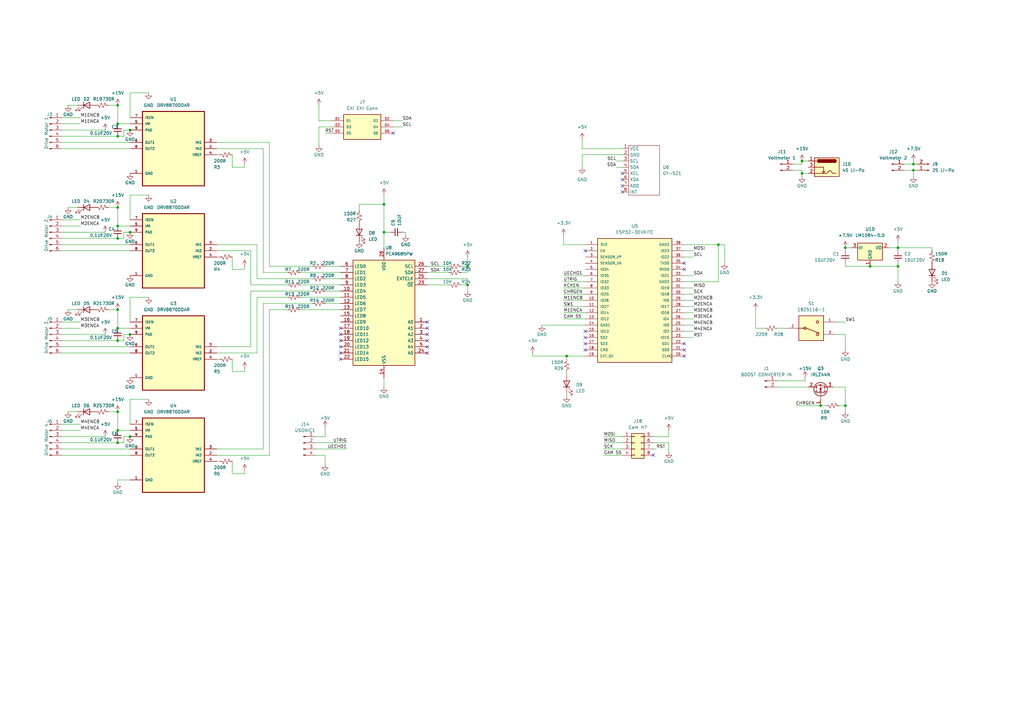
<source format=kicad_sch>
(kicad_sch (version 20211123) (generator eeschema)
  (paper "A3")
  (junction (at 336.55 166.37))
  (junction (at 328.93 71.12))
  (junction (at 53.34 95.25))
  (junction (at 48.26 97.79))
  (junction (at 48.26 92.71))
  (junction (at 48.26 139.7))
  (junction (at 191.77 116.84))
  (junction (at 191.77 109.22))
  (junction (at 157.48 95.25))
  (junction (at 53.34 53.34))
  (junction (at 48.26 43.18))
  (junction (at 346.71 101.6))
  (junction (at 53.34 179.07))
  (junction (at 374.65 67.31))
  (junction (at 232.41 146.05))
  (junction (at 48.26 176.53))
  (junction (at 368.3 101.6))
  (junction (at 48.26 85.09))
  (junction (at 48.26 181.61))
  (junction (at 328.93 66.04))
  (junction (at 48.26 168.91))
  (junction (at 346.71 166.37))
  (junction (at 48.26 127))
  (junction (at 374.65 69.85))
  (junction (at 53.34 137.16))
  (junction (at 157.48 83.82))
  (junction (at 368.3 109.22))
  (junction (at 48.26 50.8))
  (junction (at 48.26 55.88))
  (junction (at 294.64 100.33))
  (junction (at 48.26 134.62))
  (junction (at 356.87 109.22))
  (no_connect (at 175.26 134.62))
  (no_connect (at 267.97 186.69))
  (no_connect (at 139.7 134.62))
  (no_connect (at 175.26 144.78))
  (no_connect (at 175.26 139.7))
  (no_connect (at 175.26 142.24))
  (no_connect (at 280.67 110.49))
  (no_connect (at 139.7 137.16))
  (no_connect (at 240.03 135.89))
  (no_connect (at 240.03 140.97))
  (no_connect (at 139.7 147.32))
  (no_connect (at 175.26 132.08))
  (no_connect (at 280.67 143.51))
  (no_connect (at 175.26 137.16))
  (no_connect (at 280.67 140.97))
  (no_connect (at 255.27 71.12))
  (no_connect (at 255.27 73.66))
  (no_connect (at 280.67 146.05))
  (no_connect (at 255.27 76.2))
  (no_connect (at 240.03 102.87))
  (no_connect (at 139.7 139.7))
  (no_connect (at 255.27 78.74))
  (no_connect (at 280.67 107.95))
  (no_connect (at 139.7 144.78))
  (no_connect (at 240.03 138.43))
  (no_connect (at 139.7 142.24))
  (no_connect (at 161.29 54.61))
  (no_connect (at 240.03 143.51))
  (wire (pts (xy 100.33 109.22) (xy 100.33 110.49)))
  (wire (pts (xy 330.2 154.94) (xy 330.2 156.21)))
  (wire (pts (xy 53.34 80.01) (xy 60.96 80.01)))
  (wire (pts (xy 346.71 109.22) (xy 356.87 109.22)))
  (wire (pts (xy 364.49 101.6) (xy 368.3 101.6)))
  (wire (pts (xy 27.94 85.09) (xy 31.75 85.09)))
  (wire (pts (xy 328.93 66.04) (xy 331.47 66.04)))
  (wire (pts (xy 294.64 100.33) (xy 297.18 100.33)))
  (wire (pts (xy 280.67 105.41) (xy 284.48 105.41)))
  (wire (pts (xy 175.26 114.3) (xy 191.77 114.3)))
  (wire (pts (xy 110.49 186.69) (xy 88.9 186.69)))
  (wire (pts (xy 53.34 38.1) (xy 53.34 48.26)))
  (wire (pts (xy 191.77 114.3) (xy 191.77 116.84)))
  (wire (pts (xy 107.95 60.96) (xy 88.9 60.96)))
  (wire (pts (xy 280.67 118.11) (xy 284.48 118.11)))
  (wire (pts (xy 252.73 68.58) (xy 255.27 68.58)))
  (wire (pts (xy 133.35 54.61) (xy 135.89 54.61)))
  (wire (pts (xy 374.65 66.04) (xy 374.65 67.31)))
  (wire (pts (xy 189.23 116.84) (xy 191.77 116.84)))
  (wire (pts (xy 161.29 49.53) (xy 165.1 49.53)))
  (wire (pts (xy 53.34 121.92) (xy 53.34 132.08)))
  (wire (pts (xy 129.54 179.07) (xy 133.35 179.07)))
  (wire (pts (xy 100.33 151.13) (xy 100.33 152.4)))
  (wire (pts (xy 309.88 134.62) (xy 309.88 127)))
  (wire (pts (xy 107.95 184.15) (xy 88.9 184.15)))
  (wire (pts (xy 110.49 109.22) (xy 110.49 58.42)))
  (wire (pts (xy 133.35 119.38) (xy 139.7 119.38)))
  (wire (pts (xy 325.12 67.31) (xy 328.93 67.31)))
  (wire (pts (xy 105.41 114.3) (xy 105.41 100.33)))
  (wire (pts (xy 27.94 168.91) (xy 31.75 168.91)))
  (wire (pts (xy 294.64 115.57) (xy 294.64 100.33)))
  (wire (pts (xy 346.71 137.16) (xy 346.71 143.51)))
  (wire (pts (xy 44.45 43.18) (xy 48.26 43.18)))
  (wire (pts (xy 325.12 69.85) (xy 328.93 69.85)))
  (wire (pts (xy 280.67 115.57) (xy 294.64 115.57)))
  (wire (pts (xy 129.54 181.61) (xy 142.24 181.61)))
  (wire (pts (xy 247.65 186.69) (xy 255.27 186.69)))
  (wire (pts (xy 157.48 154.94) (xy 157.48 158.75)))
  (wire (pts (xy 102.87 116.84) (xy 102.87 102.87)))
  (wire (pts (xy 346.71 107.95) (xy 346.71 109.22)))
  (wire (pts (xy 252.73 66.04) (xy 255.27 66.04)))
  (wire (pts (xy 157.48 95.25) (xy 157.48 101.6)))
  (wire (pts (xy 189.23 109.22) (xy 191.77 109.22)))
  (wire (pts (xy 95.25 105.41) (xy 95.25 110.49)))
  (wire (pts (xy 328.93 67.31) (xy 328.93 66.04)))
  (wire (pts (xy 346.71 166.37) (xy 346.71 168.91)))
  (wire (pts (xy 247.65 181.61) (xy 255.27 181.61)))
  (wire (pts (xy 53.34 80.01) (xy 53.34 90.17)))
  (wire (pts (xy 50.8 179.07) (xy 53.34 179.07)))
  (wire (pts (xy 130.81 43.18) (xy 130.81 49.53)))
  (wire (pts (xy 88.9 63.5) (xy 90.17 63.5)))
  (wire (pts (xy 280.67 128.27) (xy 284.48 128.27)))
  (wire (pts (xy 368.3 107.95) (xy 368.3 109.22)))
  (wire (pts (xy 25.4 184.15) (xy 53.34 184.15)))
  (wire (pts (xy 157.48 80.01) (xy 157.48 83.82)))
  (wire (pts (xy 50.8 137.16) (xy 53.34 137.16)))
  (wire (pts (xy 53.34 163.83) (xy 60.96 163.83)))
  (wire (pts (xy 95.25 63.5) (xy 95.25 68.58)))
  (wire (pts (xy 231.14 118.11) (xy 240.03 118.11)))
  (wire (pts (xy 280.67 130.81) (xy 284.48 130.81)))
  (wire (pts (xy 50.8 181.61) (xy 50.8 179.07)))
  (wire (pts (xy 105.41 144.78) (xy 88.9 144.78)))
  (wire (pts (xy 107.95 111.76) (xy 118.11 111.76)))
  (wire (pts (xy 25.4 181.61) (xy 48.26 181.61)))
  (wire (pts (xy 232.41 161.29) (xy 232.41 162.56)))
  (wire (pts (xy 147.32 83.82) (xy 157.48 83.82)))
  (wire (pts (xy 48.26 55.88) (xy 25.4 55.88)))
  (wire (pts (xy 27.94 43.18) (xy 31.75 43.18)))
  (wire (pts (xy 107.95 111.76) (xy 107.95 60.96)))
  (wire (pts (xy 318.77 156.21) (xy 330.2 156.21)))
  (wire (pts (xy 100.33 193.04) (xy 100.33 194.31)))
  (wire (pts (xy 218.44 146.05) (xy 232.41 146.05)))
  (wire (pts (xy 48.26 168.91) (xy 48.26 176.53)))
  (wire (pts (xy 48.26 50.8) (xy 53.34 50.8)))
  (wire (pts (xy 50.8 95.25) (xy 53.34 95.25)))
  (wire (pts (xy 25.4 48.26) (xy 33.02 48.26)))
  (wire (pts (xy 25.4 97.79) (xy 48.26 97.79)))
  (wire (pts (xy 175.26 116.84) (xy 184.15 116.84)))
  (wire (pts (xy 129.54 186.69) (xy 133.35 186.69)))
  (wire (pts (xy 231.14 96.52) (xy 231.14 100.33)))
  (wire (pts (xy 95.25 110.49) (xy 100.33 110.49)))
  (wire (pts (xy 133.35 109.22) (xy 139.7 109.22)))
  (wire (pts (xy 95.25 68.58) (xy 100.33 68.58)))
  (wire (pts (xy 274.32 176.53) (xy 274.32 179.07)))
  (wire (pts (xy 232.41 146.05) (xy 232.41 147.32)))
  (wire (pts (xy 309.88 134.62) (xy 313.69 134.62)))
  (wire (pts (xy 27.94 127) (xy 31.75 127)))
  (wire (pts (xy 356.87 109.22) (xy 368.3 109.22)))
  (wire (pts (xy 25.4 173.99) (xy 33.02 173.99)))
  (wire (pts (xy 95.25 194.31) (xy 100.33 194.31)))
  (wire (pts (xy 102.87 102.87) (xy 88.9 102.87)))
  (wire (pts (xy 280.67 113.03) (xy 284.48 113.03)))
  (wire (pts (xy 133.35 175.26) (xy 133.35 179.07)))
  (wire (pts (xy 102.87 119.38) (xy 128.27 119.38)))
  (wire (pts (xy 88.9 189.23) (xy 90.17 189.23)))
  (wire (pts (xy 328.93 71.12) (xy 328.93 72.39)))
  (wire (pts (xy 157.48 83.82) (xy 157.48 95.25)))
  (wire (pts (xy 318.77 134.62) (xy 322.58 134.62)))
  (wire (pts (xy 374.65 67.31) (xy 375.92 67.31)))
  (wire (pts (xy 232.41 152.4) (xy 232.41 153.67)))
  (wire (pts (xy 107.95 124.46) (xy 107.95 184.15)))
  (wire (pts (xy 231.14 113.03) (xy 240.03 113.03)))
  (wire (pts (xy 25.4 102.87) (xy 53.34 102.87)))
  (wire (pts (xy 231.14 115.57) (xy 240.03 115.57)))
  (wire (pts (xy 110.49 127) (xy 118.11 127)))
  (wire (pts (xy 280.67 133.35) (xy 284.48 133.35)))
  (wire (pts (xy 326.39 166.37) (xy 336.55 166.37)))
  (wire (pts (xy 25.4 60.96) (xy 53.34 60.96)))
  (wire (pts (xy 95.25 189.23) (xy 95.25 194.31)))
  (wire (pts (xy 123.19 127) (xy 139.7 127)))
  (wire (pts (xy 370.84 67.31) (xy 374.65 67.31)))
  (wire (pts (xy 255.27 63.5) (xy 238.76 63.5)))
  (wire (pts (xy 48.26 97.79) (xy 50.8 97.79)))
  (wire (pts (xy 297.18 100.33) (xy 297.18 107.95)))
  (wire (pts (xy 44.45 85.09) (xy 48.26 85.09)))
  (wire (pts (xy 25.4 179.07) (xy 43.18 179.07)))
  (wire (pts (xy 267.97 179.07) (xy 274.32 179.07)))
  (wire (pts (xy 123.19 121.92) (xy 139.7 121.92)))
  (wire (pts (xy 50.8 139.7) (xy 50.8 137.16)))
  (wire (pts (xy 344.17 166.37) (xy 346.71 166.37)))
  (wire (pts (xy 53.34 53.34) (xy 50.8 53.34)))
  (wire (pts (xy 189.23 111.76) (xy 191.77 111.76)))
  (wire (pts (xy 231.14 123.19) (xy 240.03 123.19)))
  (wire (pts (xy 48.26 92.71) (xy 53.34 92.71)))
  (wire (pts (xy 48.26 134.62) (xy 53.34 134.62)))
  (wire (pts (xy 342.9 137.16) (xy 346.71 137.16)))
  (wire (pts (xy 175.26 109.22) (xy 184.15 109.22)))
  (wire (pts (xy 25.4 95.25) (xy 43.18 95.25)))
  (wire (pts (xy 280.67 138.43) (xy 284.48 138.43)))
  (wire (pts (xy 123.19 111.76) (xy 139.7 111.76)))
  (wire (pts (xy 374.65 69.85) (xy 374.65 72.39)))
  (wire (pts (xy 48.26 196.85) (xy 48.26 198.12)))
  (wire (pts (xy 382.27 102.87) (xy 382.27 101.6)))
  (wire (pts (xy 50.8 53.34) (xy 50.8 55.88)))
  (wire (pts (xy 48.26 181.61) (xy 50.8 181.61)))
  (wire (pts (xy 110.49 127) (xy 110.49 186.69)))
  (wire (pts (xy 368.3 99.06) (xy 368.3 101.6)))
  (wire (pts (xy 95.25 147.32) (xy 95.25 152.4)))
  (wire (pts (xy 105.41 114.3) (xy 128.27 114.3)))
  (wire (pts (xy 110.49 109.22) (xy 128.27 109.22)))
  (wire (pts (xy 318.77 158.75) (xy 331.47 158.75)))
  (wire (pts (xy 240.03 100.33) (xy 231.14 100.33)))
  (wire (pts (xy 346.71 158.75) (xy 346.71 166.37)))
  (wire (pts (xy 280.67 135.89) (xy 284.48 135.89)))
  (wire (pts (xy 88.9 105.41) (xy 90.17 105.41)))
  (wire (pts (xy 50.8 55.88) (xy 48.26 55.88)))
  (wire (pts (xy 191.77 105.41) (xy 191.77 109.22)))
  (wire (pts (xy 25.4 53.34) (xy 43.18 53.34)))
  (wire (pts (xy 238.76 57.15) (xy 238.76 60.96)))
  (wire (pts (xy 133.35 124.46) (xy 139.7 124.46)))
  (wire (pts (xy 160.02 95.25) (xy 157.48 95.25)))
  (wire (pts (xy 161.29 52.07) (xy 165.1 52.07)))
  (wire (pts (xy 231.14 130.81) (xy 240.03 130.81)))
  (wire (pts (xy 95.25 152.4) (xy 100.33 152.4)))
  (wire (pts (xy 48.26 43.18) (xy 48.26 50.8)))
  (wire (pts (xy 25.4 139.7) (xy 48.26 139.7)))
  (wire (pts (xy 102.87 119.38) (xy 102.87 142.24)))
  (wire (pts (xy 25.4 142.24) (xy 53.34 142.24)))
  (wire (pts (xy 255.27 60.96) (xy 238.76 60.96)))
  (wire (pts (xy 48.26 176.53) (xy 53.34 176.53)))
  (wire (pts (xy 331.47 71.12) (xy 328.93 71.12)))
  (wire (pts (xy 25.4 137.16) (xy 43.18 137.16)))
  (wire (pts (xy 130.81 52.07) (xy 130.81 59.69)))
  (wire (pts (xy 147.32 83.82) (xy 147.32 86.36)))
  (wire (pts (xy 25.4 90.17) (xy 33.02 90.17)))
  (wire (pts (xy 247.65 184.15) (xy 255.27 184.15)))
  (wire (pts (xy 48.26 139.7) (xy 50.8 139.7)))
  (wire (pts (xy 191.77 116.84) (xy 191.77 119.38)))
  (wire (pts (xy 218.44 144.78) (xy 218.44 146.05)))
  (wire (pts (xy 100.33 67.31) (xy 100.33 68.58)))
  (wire (pts (xy 102.87 142.24) (xy 88.9 142.24)))
  (wire (pts (xy 88.9 147.32) (xy 90.17 147.32)))
  (wire (pts (xy 25.4 100.33) (xy 53.34 100.33)))
  (wire (pts (xy 346.71 158.75) (xy 341.63 158.75)))
  (wire (pts (xy 130.81 52.07) (xy 135.89 52.07)))
  (wire (pts (xy 231.14 128.27) (xy 240.03 128.27)))
  (wire (pts (xy 105.41 121.92) (xy 118.11 121.92)))
  (wire (pts (xy 231.14 120.65) (xy 240.03 120.65)))
  (wire (pts (xy 238.76 63.5) (xy 238.76 68.58)))
  (wire (pts (xy 267.97 184.15) (xy 269.24 184.15)))
  (wire (pts (xy 25.4 58.42) (xy 53.34 58.42)))
  (wire (pts (xy 349.25 101.6) (xy 346.71 101.6)))
  (wire (pts (xy 25.4 50.8) (xy 33.02 50.8)))
  (wire (pts (xy 280.67 120.65) (xy 284.48 120.65)))
  (wire (pts (xy 368.3 109.22) (xy 368.3 115.57)))
  (wire (pts (xy 25.4 132.08) (xy 33.02 132.08)))
  (wire (pts (xy 133.35 186.69) (xy 133.35 190.5)))
  (wire (pts (xy 336.55 166.37) (xy 339.09 166.37)))
  (wire (pts (xy 346.71 102.87) (xy 346.71 101.6)))
  (wire (pts (xy 53.34 163.83) (xy 53.34 173.99)))
  (wire (pts (xy 44.45 127) (xy 48.26 127)))
  (wire (pts (xy 280.67 100.33) (xy 294.64 100.33)))
  (wire (pts (xy 60.96 38.1) (xy 53.34 38.1)))
  (wire (pts (xy 346.71 132.08) (xy 342.9 132.08)))
  (wire (pts (xy 247.65 179.07) (xy 255.27 179.07)))
  (wire (pts (xy 368.3 102.87) (xy 368.3 101.6)))
  (wire (pts (xy 328.93 69.85) (xy 328.93 71.12)))
  (wire (pts (xy 284.48 123.19) (xy 280.67 123.19)))
  (wire (pts (xy 50.8 97.79) (xy 50.8 95.25)))
  (wire (pts (xy 105.41 100.33) (xy 88.9 100.33)))
  (wire (pts (xy 135.89 49.53) (xy 130.81 49.53)))
  (wire (pts (xy 105.41 121.92) (xy 105.41 144.78)))
  (wire (pts (xy 25.4 144.78) (xy 53.34 144.78)))
  (wire (pts (xy 175.26 111.76) (xy 184.15 111.76)))
  (wire (pts (xy 274.32 181.61) (xy 274.32 185.42)))
  (wire (pts (xy 44.45 168.91) (xy 48.26 168.91)))
  (wire (pts (xy 191.77 111.76) (xy 191.77 109.22)))
  (wire (pts (xy 375.92 69.85) (xy 374.65 69.85)))
  (wire (pts (xy 110.49 58.42) (xy 88.9 58.42)))
  (wire (pts (xy 222.25 133.35) (xy 240.03 133.35)))
  (wire (pts (xy 370.84 69.85) (xy 374.65 69.85)))
  (wire (pts (xy 107.95 124.46) (xy 128.27 124.46)))
  (wire (pts (xy 129.54 184.15) (xy 142.24 184.15)))
  (wire (pts (xy 60.96 121.92) (xy 53.34 121.92)))
  (wire (pts (xy 102.87 116.84) (xy 118.11 116.84)))
  (wire (pts (xy 232.41 146.05) (xy 240.03 146.05)))
  (wire (pts (xy 123.19 116.84) (xy 139.7 116.84)))
  (wire (pts (xy 48.26 85.09) (xy 48.26 92.71)))
  (wire (pts (xy 166.37 95.25) (xy 166.37 96.52)))
  (wire (pts (xy 25.4 176.53) (xy 33.02 176.53)))
  (wire (pts (xy 267.97 181.61) (xy 274.32 181.61)))
  (wire (pts (xy 48.26 127) (xy 48.26 134.62)))
  (wire (pts (xy 133.35 114.3) (xy 139.7 114.3)))
  (wire (pts (xy 25.4 134.62) (xy 33.02 134.62)))
  (wire (pts (xy 231.14 125.73) (xy 240.03 125.73)))
  (wire (pts (xy 25.4 186.69) (xy 53.34 186.69)))
  (wire (pts (xy 53.34 196.85) (xy 48.26 196.85)))
  (wire (pts (xy 165.1 95.25) (xy 166.37 95.25)))
  (wire (pts (xy 368.3 101.6) (xy 382.27 101.6)))
  (wire (pts (xy 284.48 125.73) (xy 280.67 125.73)))
  (wire (pts (xy 280.67 102.87) (xy 284.48 102.87)))
  (wire (pts (xy 25.4 92.71) (xy 33.02 92.71)))
  (label "M1ENCB" (at 231.14 123.19 0))
  (label "M1ENCB" (at 33.02 48.26 0))
  (label "MISO" (at 247.65 181.61 0))
  (label "M4ENCB" (at 284.48 133.35 0))
  (label "RST" (at 284.48 138.43 0))
  (label "SW1" (at 346.71 132.08 0))
  (label "M2ENCB" (at 33.02 90.17 0))
  (label "UTRIG" (at 231.14 115.57 0))
  (label "SCL" (at 284.48 105.41 0))
  (label "SCL" (at 165.1 52.07 0))
  (label "MISO" (at 284.48 118.11 0))
  (label "MOSI" (at 247.65 179.07 0))
  (label "SW1" (at 231.14 125.73 0))
  (label "M3ENCA" (at 284.48 130.81 0))
  (label "SDA" (at 252.73 68.58 180))
  (label "RST" (at 133.35 54.61 0))
  (label "M4ENCA" (at 284.48 135.89 0))
  (label "UECHO1" (at 231.14 113.03 0))
  (label "M4ENCB" (at 33.02 173.99 0))
  (label "M1ENCA" (at 33.02 50.8 0))
  (label "KCKEN" (at 231.14 118.11 0))
  (label "UECHO1" (at 142.24 184.15 180))
  (label "CHRGEN" (at 326.39 166.37 0))
  (label "SCK" (at 247.65 184.15 0))
  (label "M2ENCB" (at 284.48 123.19 0))
  (label "M3ENCB" (at 284.48 128.27 0))
  (label "UTRIG" (at 142.24 181.61 180))
  (label "CAM SS" (at 231.14 130.81 0))
  (label "SCK" (at 284.48 120.65 0))
  (label "CHRGEN" (at 231.14 120.65 0))
  (label "SCL" (at 180.34 109.22 180))
  (label "SDA" (at 165.1 49.53 0))
  (label "RST" (at 269.24 184.15 0))
  (label "SDA" (at 180.34 111.76 180))
  (label "M2ENCA" (at 284.48 125.73 0))
  (label "M2ENCA" (at 33.02 92.71 0))
  (label "SDA" (at 284.48 113.03 0))
  (label "M1ENCA" (at 231.14 128.27 0))
  (label "SCL" (at 252.73 66.04 180))
  (label "MOSI" (at 284.4128 102.87 0))
  (label "M3ENCB" (at 33.02 132.08 0))
  (label "CAM SS" (at 247.65 186.69 0))
  (label "M3ENCA" (at 33.02 134.62 0))
  (label "M4ENCA" (at 33.02 176.53 0))
  (symbol (lib_name "GY-521_1") (lib_id "New_Library:GY-521") (at 257.81 69.85 0) (unit 1)
    (property "Reference" "U6" (at 271.78 68.5799 0) (effects (justify left)))
    (property "Value" "GY-521" (at 271.78 71.1199 0) (effects (justify left)))
    (property "Footprint" "Library:GY-521" (effects hide))
  )
  (symbol (lib_id "power:GND") (at 157.48 158.75 0) (unit 1)
    (property "Reference" "#PWR08" (effects hide))
    (property "Value" "GND" (at 157.48 162.56 0))
  )
  (symbol (lib_id "Connector:Conn_01x06_Male") (at 20.32 95.25 0) (unit 1)
    (property "Reference" "J4" (at 20.32 88.9 0))
    (property "Value" "Drive Motor 2" (at 19.05 96.52 90))
    (property "Footprint" "Connector_PinHeader_2.54mm:PinHeader_1x06_P2.54mm_Vertical" (effects hide))
  )
  (symbol (lib_id "Device:R_Small_US") (at 92.71 189.23 90) (mirror x) (unit 1)
    (property "Reference" "R6" (at 87.63 194.31 90) (effects (justify right)))
    (property "Value" "200R" (at 87.63 191.77 90) (effects (justify right)))
    (property "Footprint" "Resistor_SMD:R_1206_3216Metric" (effects hide))
  )
  (symbol (lib_id "Device:C_Small") (at 368.3 105.41 0) (mirror y) (unit 1)
    (property "Reference" "C2" (at 370.84 104.14 0) (effects (justify right)))
    (property "Value" "10UF20V" (at 370.84 106.68 0) (effects (justify right)))
    (property "Footprint" "Capacitor_SMD:C_0805_2012Metric" (effects hide))
  )
  (symbol (lib_id "power:GND") (at 328.93 72.39 0) (unit 1)
    (property "Reference" "#PWR0118" (effects hide))
    (property "Value" "GND" (at 328.93 76.2 0))
  )
  (symbol (lib_id "DRV8870DDAR:DRV8870DDAR") (at 71.12 144.78 0) (mirror y) (unit 1)
    (property "Reference" "U3" (at 71.12 124.46 0))
    (property "Value" "DRV8870DDAR" (at 71.12 127 0))
    (property "Footprint" "DRV8870DDAR:VREG_LM5017MR_NOPB" (effects hide))
  )
  (symbol (lib_id "power:GND") (at 238.76 68.58 0) (unit 1)
    (property "Reference" "#PWR0135" (effects hide))
    (property "Value" "GND" (at 238.76 73.66 0))
  )
  (symbol (lib_id "power:+5V") (at 43.18 95.25 0) (unit 1)
    (property "Reference" "#PWR0113" (effects hide))
    (property "Value" "+5V" (at 43.18 90.17 0))
  )
  (symbol (lib_id "Device:R_Small_US") (at 130.81 114.3 90) (mirror x) (unit 1)
    (property "Reference" "R8" (at 127 113.03 90) (effects (justify right)))
    (property "Value" "220R" (at 132.08 113.03 90) (effects (justify right)))
    (property "Footprint" "Resistor_SMD:R_0805_2012Metric" (effects hide))
  )
  (symbol (lib_id "Device:R_Small_US") (at 120.65 121.92 90) (mirror x) (unit 1)
    (property "Reference" "R13" (at 116.84 120.65 90) (effects (justify right)))
    (property "Value" "220R" (at 121.92 120.65 90) (effects (justify right)))
    (property "Footprint" "Resistor_SMD:R_0805_2012Metric" (effects hide))
  )
  (symbol (lib_id "Connector:Conn_01x02_Male") (at 381 69.85 180) (unit 1)
    (property "Reference" "J9" (at 382.27 67.3099 0) (effects (justify right)))
    (property "Value" "2S Li-Po" (at 382.27 69.8499 0) (effects (justify right)))
    (property "Footprint" "Connector_PinHeader_2.54mm:PinHeader_1x02_P2.54mm_Horizontal" (effects hide))
  )
  (symbol (lib_id "power:GND") (at 27.94 85.09 0) (unit 1)
    (property "Reference" "#PWR0140" (effects hide))
    (property "Value" "GND" (at 27.94 88.9 0))
  )
  (symbol (lib_id "power:GND") (at 60.96 80.01 0) (unit 1)
    (property "Reference" "#PWR0129" (effects hide))
    (property "Value" "GND" (at 60.96 85.09 0))
  )
  (symbol (lib_id "Device:R_Small_US") (at 120.65 111.76 90) (mirror x) (unit 1)
    (property "Reference" "R7" (at 116.84 110.49 90) (effects (justify right)))
    (property "Value" "220R" (at 121.92 110.49 90) (effects (justify right)))
    (property "Footprint" "Resistor_SMD:R_0805_2012Metric" (effects hide))
  )
  (symbol (lib_id "power:+3.3V") (at 231.14 96.52 0) (unit 1)
    (property "Reference" "#PWR0150" (effects hide))
    (property "Value" "+3.3V" (at 231.14 91.44 0))
  )
  (symbol (lib_id "Device:C_Small") (at 346.71 105.41 0) (mirror y) (unit 1)
    (property "Reference" "C1" (at 341.63 104.14 0) (effects (justify right)))
    (property "Value" "10UF20V" (at 334.01 106.68 0) (effects (justify right)))
    (property "Footprint" "Capacitor_SMD:C_0805_2012Metric" (effects hide))
  )
  (symbol (lib_id "power:GND") (at 53.34 154.94 0) (unit 1)
    (property "Reference" "#PWR0108" (effects hide))
    (property "Value" "GND" (at 53.34 158.75 0))
  )
  (symbol (lib_id "power:+7.5V") (at 346.71 101.6 0) (unit 1)
    (property "Reference" "#PWR0139" (effects hide))
    (property "Value" "+7.5V" (at 346.71 96.52 0))
  )
  (symbol (lib_id "power:+3.3V") (at 309.88 127 0) (unit 1)
    (property "Reference" "#PWR0154" (effects hide))
    (property "Value" "+3.3V" (at 309.88 121.92 0))
  )
  (symbol (lib_id "Device:R_Small_US") (at 186.69 111.76 90) (mirror x) (unit 1)
    (property "Reference" "R23" (at 189.23 110.49 90) (effects (justify right)))
    (property "Value" "10K" (at 181.61 110.49 90) (effects (justify right)))
    (property "Footprint" "Resistor_SMD:R_0805_2012Metric" (effects hide))
  )
  (symbol (lib_id "power:+15V") (at 48.26 43.18 0) (unit 1)
    (property "Reference" "#PWR0148" (effects hide))
    (property "Value" "+15V" (at 48.26 38.1 0))
  )
  (symbol (lib_id "Device:R_Small_US") (at 92.71 63.5 90) (mirror x) (unit 1)
    (property "Reference" "R3" (at 87.63 68.58 90) (effects (justify right)))
    (property "Value" "200R" (at 87.63 66.04 90) (effects (justify right)))
    (property "Footprint" "Resistor_SMD:R_1206_3216Metric" (effects hide))
  )
  (symbol (lib_id "power:+5V") (at 100.33 109.22 0) (unit 1)
    (property "Reference" "#PWR0127" (effects hide))
    (property "Value" "+5V" (at 100.33 104.14 0))
  )
  (symbol (lib_id "1825116-1:1825116-1") (at 332.74 134.62 0) (unit 1)
    (property "Reference" "S1" (at 332.74 124.46 0))
    (property "Value" "1825116-1" (at 332.74 127 0))
    (property "Footprint" "SW_1825116-1" (effects hide))
    (property "Comment" "1825116-1" (effects hide))
    (property "EU_RoHS_Compliance" "Compliant" (effects hide))
  )
  (symbol (lib_id "Driver_LED:PCA9685PW") (at 157.48 127 0) (mirror y) (unit 1)
    (property "Reference" "U8" (at 158.0006 101.6 0) (effects (justify right)))
    (property "Value" "PCA9685PW" (at 158.0006 104.14 0) (effects (justify right)))
    (property "Footprint" "Package_SO:TSSOP-28_4.4x9.7mm_P0.65mm" (effects hide))
    (property "Datasheet" "http://www.nxp.com/documents/data_sheet/PCA9685.pdf" (effects hide))
  )
  (symbol (lib_id "Regulator_Linear:LM1084-5.0") (at 356.87 101.6 0) (unit 1)
    (property "Reference" "U10" (at 356.87 93.98 0))
    (property "Value" "LM1084-5.0" (at 356.87 96.52 0))
    (property "Footprint" "Package_TO_SOT_SMD:TO-263-3_TabPin2" (effects hide))
    (property "Datasheet" "http://www.ti.com/lit/ds/symlink/lm1084.pdf" (effects hide))
  )
  (symbol (lib_id "power:GND") (at 53.34 137.16 0) (unit 1)
    (property "Reference" "#PWR0109" (effects hide))
    (property "Value" "GND" (at 53.34 140.97 0))
  )
  (symbol (lib_id "Device:LED") (at 35.56 43.18 0) (unit 1)
    (property "Reference" "D2" (at 36.83 40.64 0) (effects (justify right)))
    (property "Value" "LED" (at 33.02 40.64 0) (effects (justify right)))
    (property "Footprint" "LED_SMD:LED_0603_1608Metric" (effects hide))
  )
  (symbol (lib_id "power:GND") (at 191.77 119.38 0) (unit 1)
    (property "Reference" "#PWR014" (effects hide))
    (property "Value" "GND" (at 191.77 123.19 0))
  )
  (symbol (lib_id "Device:R_Small_US") (at 316.23 134.62 270) (mirror x) (unit 1)
    (property "Reference" "R28" (at 321.31 137.16 90) (effects (justify right)))
    (property "Value" "220R" (at 314.96 137.16 90) (effects (justify right)))
    (property "Footprint" "Resistor_SMD:R_0805_2012Metric" (effects hide))
  )
  (symbol (lib_id "Device:R_Small_US") (at 41.91 127 90) (mirror x) (unit 1)
    (property "Reference" "R21" (at 38.1 124.46 90) (effects (justify right)))
    (property "Value" "730R" (at 41.91 124.46 90) (effects (justify right)))
    (property "Footprint" "Resistor_SMD:R_0805_2012Metric" (effects hide))
  )
  (symbol (lib_id "power:GND") (at 60.96 163.83 0) (unit 1)
    (property "Reference" "#PWR0122" (effects hide))
    (property "Value" "GND" (at 60.96 168.91 0))
  )
  (symbol (lib_id "power:GND") (at 53.34 71.12 0) (unit 1)
    (property "Reference" "#PWR0112" (effects hide))
    (property "Value" "GND" (at 53.34 74.93 0))
  )
  (symbol (lib_id "power:GND") (at 53.34 179.07 0) (unit 1)
    (property "Reference" "#PWR0105" (effects hide))
    (property "Value" "GND" (at 53.34 182.88 0))
  )
  (symbol (lib_id "power:GND") (at 166.37 96.52 0) (unit 1)
    (property "Reference" "#PWR010" (effects hide))
    (property "Value" "GND" (at 166.37 100.33 0))
  )
  (symbol (lib_id "power:+5V") (at 43.18 53.34 0) (unit 1)
    (property "Reference" "#PWR0114" (effects hide))
    (property "Value" "+5V" (at 43.18 48.26 0))
  )
  (symbol (lib_id "Connector_Generic:Conn_02x04_Top_Bottom") (at 260.35 181.61 0) (unit 1)
    (property "Reference" "J18" (at 261.62 172.72 0))
    (property "Value" "Cam H7" (at 261.62 175.26 0))
    (property "Footprint" "Connector_PinHeader_2.54mm:PinHeader_2x04_P2.54mm_Vertical" (effects hide))
  )
  (symbol (lib_id "Device:C_Small") (at 48.26 137.16 0) (mirror y) (unit 1)
    (property "Reference" "C5" (at 45.72 135.89 0) (effects (justify right)))
    (property "Value" "0.1UF20V" (at 36.83 138.43 0) (effects (justify right)))
    (property "Footprint" "Capacitor_SMD:C_0805_2012Metric" (effects hide))
  )
  (symbol (lib_id "power:GND") (at 130.81 59.69 0) (unit 1)
    (property "Reference" "#PWR0131" (effects hide))
    (property "Value" "GND" (at 130.81 63.5 0))
  )
  (symbol (lib_id "power:+15V") (at 48.26 85.09 0) (unit 1)
    (property "Reference" "#PWR0141" (effects hide))
    (property "Value" "+15V" (at 48.26 80.01 0))
  )
  (symbol (lib_id "power:GND") (at 368.3 115.57 0) (unit 1)
    (property "Reference" "#PWR0101" (effects hide))
    (property "Value" "GND" (at 368.3 119.38 0))
  )
  (symbol (lib_id "power:GND") (at 60.96 38.1 0) (unit 1)
    (property "Reference" "#PWR0125" (effects hide))
    (property "Value" "GND" (at 60.96 43.18 0))
  )
  (symbol (lib_id "Connector:Conn_01x04_Male") (at 124.46 181.61 0) (unit 1)
    (property "Reference" "J14" (at 125.095 173.99 0))
    (property "Value" "USONIC1" (at 125.095 176.53 0))
    (property "Footprint" "Connector_PinHeader_2.54mm:PinHeader_1x04_P2.54mm_Vertical" (effects hide))
  )
  (symbol (lib_id "power:GND") (at 232.41 162.56 0) (unit 1)
    (property "Reference" "#PWR0153" (effects hide))
    (property "Value" "GND" (at 232.41 166.37 0))
  )
  (symbol (lib_id "Device:R_Small_US") (at 147.32 88.9 0) (mirror x) (unit 1)
    (property "Reference" "R27" (at 146.05 90.17 0) (effects (justify right)))
    (property "Value" "150R" (at 146.05 87.63 0) (effects (justify right)))
    (property "Footprint" "Resistor_SMD:R_0805_2012Metric" (effects hide))
  )
  (symbol (lib_id "Device:R_Small_US") (at 92.71 105.41 90) (mirror x) (unit 1)
    (property "Reference" "R4" (at 87.63 110.49 90) (effects (justify right)))
    (property "Value" "200R" (at 87.63 107.95 90) (effects (justify right)))
    (property "Footprint" "Resistor_SMD:R_1206_3216Metric" (effects hide))
  )
  (symbol (lib_id "Device:LED") (at 147.32 95.25 90) (unit 1)
    (property "Reference" "D8" (at 151.13 95.5674 90) (effects (justify right)))
    (property "Value" "LED" (at 151.13 98.1074 90) (effects (justify right)))
    (property "Footprint" "LED_SMD:LED_0603_1608Metric" (effects hide))
  )
  (symbol (lib_id "power:+5V") (at 238.76 57.15 0) (unit 1)
    (property "Reference" "#PWR0134" (effects hide))
    (property "Value" "+5V" (at 238.76 52.07 0))
  )
  (symbol (lib_id "power:GND") (at 297.18 107.95 0) (unit 1)
    (property "Reference" "#PWR0121" (effects hide))
    (property "Value" "GND" (at 297.18 111.76 0))
  )
  (symbol (lib_id "Device:R_Small_US") (at 41.91 168.91 90) (mirror x) (unit 1)
    (property "Reference" "R25" (at 38.1 166.37 90) (effects (justify right)))
    (property "Value" "730R" (at 41.91 166.37 90) (effects (justify right)))
    (property "Footprint" "Resistor_SMD:R_0805_2012Metric" (effects hide))
  )
  (symbol (lib_id "Device:C_Small") (at 48.26 53.34 0) (mirror y) (unit 1)
    (property "Reference" "C3" (at 45.72 52.07 0) (effects (justify right)))
    (property "Value" "0.1UF20V" (at 36.83 54.61 0) (effects (justify right)))
    (property "Footprint" "Capacitor_SMD:C_0805_2012Metric" (effects hide))
  )
  (symbol (lib_id "power:+5V") (at 368.3 99.06 0) (unit 1)
    (property "Reference" "#PWR0102" (effects hide))
    (property "Value" "+5V" (at 368.3 93.98 0))
  )
  (symbol (lib_id "SSQ-103-01-T-D:SSQ-103-01-T-D") (at 148.59 52.07 0) (unit 1)
    (property "Reference" "J7" (at 148.59 41.91 0))
    (property "Value" "Chi Chi Conn" (at 148.59 44.45 0))
    (property "Footprint" "SSQ-103-01-T-D:SAMTEC_SSQ-103-01-T-D" (effects hide))
    (property "PARTREV" "R" (effects hide))
    (property "STANDARD" "Manufacturer Recommendations" (effects hide))
    (property "MANUFACTURER" "Samtec" (effects hide))
  )
  (symbol (lib_id "Connector:Conn_01x06_Male") (at 20.32 137.16 0) (unit 1)
    (property "Reference" "J5" (at 20.32 130.81 0))
    (property "Value" "Drive Motor 3" (at 19.05 138.43 90))
    (property "Footprint" "Connector_PinSocket_2.54mm:PinSocket_1x06_P2.54mm_Vertical" (effects hide))
  )
  (symbol (lib_id "Connector:Conn_01x02_Male") (at 320.04 67.31 0) (unit 1)
    (property "Reference" "J11" (at 320.675 62.23 0))
    (property "Value" "Voltmeter 1" (at 320.675 64.77 0))
    (property "Footprint" "Connector_PinHeader_2.54mm:PinHeader_1x02_P2.54mm_Vertical" (effects hide))
  )
  (symbol (lib_id "power:+5V") (at 43.18 137.16 0) (unit 1)
    (property "Reference" "#PWR0104" (effects hide))
    (property "Value" "+5V" (at 43.18 132.08 0))
  )
  (symbol (lib_id "power:GND") (at 346.71 143.51 0) (unit 1)
    (property "Reference" "#PWR0151" (effects hide))
    (property "Value" "GND" (at 346.71 147.32 0))
  )
  (symbol (lib_id "Device:LED") (at 35.56 127 0) (unit 1)
    (property "Reference" "D5" (at 36.83 124.46 0) (effects (justify right)))
    (property "Value" "LED" (at 33.02 124.46 0) (effects (justify right)))
    (property "Footprint" "LED_SMD:LED_0603_1608Metric" (effects hide))
  )
  (symbol (lib_id "Device:R_Small_US") (at 341.63 166.37 90) (mirror x) (unit 1)
    (property "Reference" "R9" (at 336.55 171.45 90) (effects (justify right)))
    (property "Value" "10K" (at 336.55 168.91 90) (effects (justify right)))
    (property "Footprint" "Resistor_SMD:R_0805_2012Metric" (effects hide))
  )
  (symbol (lib_id "power:+5V") (at 43.18 179.07 0) (unit 1)
    (property "Reference" "#PWR0106" (effects hide))
    (property "Value" "+5V" (at 43.18 173.99 0))
  )
  (symbol (lib_id "Device:LED") (at 35.56 168.91 0) (unit 1)
    (property "Reference" "D6" (at 36.83 166.37 0) (effects (justify right)))
    (property "Value" "LED" (at 33.02 166.37 0) (effects (justify right)))
    (property "Footprint" "LED_SMD:LED_0603_1608Metric" (effects hide))
  )
  (symbol (lib_id "Device:R_Small_US") (at 130.81 119.38 90) (mirror x) (unit 1)
    (property "Reference" "R12" (at 127 118.11 90) (effects (justify right)))
    (property "Value" "220R" (at 132.08 118.11 90) (effects (justify right)))
    (property "Footprint" "Resistor_SMD:R_0805_2012Metric" (effects hide))
  )
  (symbol (lib_id "Device:R_Small_US") (at 41.91 85.09 90) (mirror x) (unit 1)
    (property "Reference" "R20" (at 38.1 82.55 90) (effects (justify right)))
    (property "Value" "730R" (at 41.91 82.55 90) (effects (justify right)))
    (property "Footprint" "Resistor_SMD:R_0805_2012Metric" (effects hide))
  )
  (symbol (lib_id "power:+15V") (at 328.93 66.04 0) (unit 1)
    (property "Reference" "#PWR0117" (effects hide))
    (property "Value" "+15V" (at 328.93 60.96 0))
  )
  (symbol (lib_id "power:GND") (at 147.32 99.06 0) (unit 1)
    (property "Reference" "#PWR0152" (effects hide))
    (property "Value" "GND" (at 147.32 102.87 0))
  )
  (symbol (lib_id "power:+5V") (at 130.81 43.18 0) (unit 1)
    (property "Reference" "#PWR0130" (effects hide))
    (property "Value" "+5V" (at 130.81 38.1 0))
  )
  (symbol (lib_id "power:+5V") (at 100.33 193.04 0) (unit 1)
    (property "Reference" "#PWR0124" (effects hide))
    (property "Value" "+5V" (at 100.33 187.96 0))
  )
  (symbol (lib_id "power:+15V") (at 48.26 127 0) (unit 1)
    (property "Reference" "#PWR0143" (effects hide))
    (property "Value" "+15V" (at 48.26 121.92 0))
  )
  (symbol (lib_id "ESP32-DEVKITC:ESP32-DEVKITC") (at 260.35 123.19 0) (unit 1)
    (property "Reference" "U5" (at 260.35 92.71 0))
    (property "Value" "ESP32-DEVKITC" (at 260.35 95.25 0))
    (property "Footprint" "ESP32-DEVKITC:MODULE_ESP32-DEVKITC" (effects hide))
    (property "STANDARD" "Manufacturer Recommendations" (effects hide))
    (property "PARTREV" "N/A" (effects hide))
    (property "MANUFACTURER" "ESPRESSIF" (effects hide))
  )
  (symbol (lib_id "power:GND") (at 274.32 185.42 0) (unit 1)
    (property "Reference" "#PWR0157" (effects hide))
    (property "Value" "GND" (at 274.32 189.23 0))
  )
  (symbol (lib_id "Device:R_Small_US") (at 130.81 109.22 90) (mirror x) (unit 1)
    (property "Reference" "R2" (at 127 107.95 90) (effects (justify right)))
    (property "Value" "220R" (at 132.08 107.95 90) (effects (justify right)))
    (property "Footprint" "Resistor_SMD:R_0805_2012Metric" (effects hide))
  )
  (symbol (lib_id "power:+15V") (at 330.2 154.94 0) (mirror y) (unit 1)
    (property "Reference" "#PWR0136" (effects hide))
    (property "Value" "+15V" (at 330.2 151.13 0))
  )
  (symbol (lib_id "DRV8870DDAR:DRV8870DDAR") (at 71.12 60.96 0) (mirror y) (unit 1)
    (property "Reference" "U1" (at 71.12 40.64 0))
    (property "Value" "DRV8870DDAR" (at 71.12 43.18 0))
    (property "Footprint" "DRV8870DDAR:VREG_LM5017MR_NOPB" (effects hide))
  )
  (symbol (lib_id "power:GND") (at 382.27 115.57 0) (unit 1)
    (property "Reference" "#PWR0142" (effects hide))
    (property "Value" "GND" (at 382.27 119.38 0))
  )
  (symbol (lib_id "power:GND") (at 133.35 190.5 0) (unit 1)
    (property "Reference" "#PWR06" (effects hide))
    (property "Value" "GND" (at 133.35 194.31 0))
  )
  (symbol (lib_id "Device:C_Small") (at 162.56 95.25 90) (mirror x) (unit 1)
    (property "Reference" "C9" (at 161.29 92.71 0) (effects (justify right)))
    (property "Value" "10UF" (at 163.83 92.71 0) (effects (justify right)))
    (property "Footprint" "Capacitor_SMD:C_0805_2012Metric" (effects hide))
  )
  (symbol (lib_id "DRV8870DDAR:DRV8870DDAR") (at 71.12 186.69 0) (mirror y) (unit 1)
    (property "Reference" "U4" (at 71.12 166.37 0))
    (property "Value" "DRV8870DDAR" (at 71.12 168.91 0))
    (property "Footprint" "DRV8870DDAR:VREG_LM5017MR_NOPB" (effects hide))
  )
  (symbol (lib_id "power:+5V") (at 157.48 80.01 0) (unit 1)
    (property "Reference" "#PWR07" (effects hide))
    (property "Value" "+5V" (at 157.48 74.93 0))
  )
  (symbol (lib_id "power:GND") (at 53.34 113.03 0) (unit 1)
    (property "Reference" "#PWR0103" (effects hide))
    (property "Value" "GND" (at 53.34 116.84 0))
  )
  (symbol (lib_id "power:GND") (at 346.71 168.91 0) (mirror y) (unit 1)
    (property "Reference" "#PWR0138" (effects hide))
    (property "Value" "GND" (at 346.71 172.72 0))
  )
  (symbol (lib_id "power:GND") (at 374.65 72.39 0) (unit 1)
    (property "Reference" "#PWR0116" (effects hide))
    (property "Value" "GND" (at 374.65 76.2 0))
  )
  (symbol (lib_id "Device:LED") (at 35.56 85.09 0) (unit 1)
    (property "Reference" "D4" (at 36.83 82.55 0) (effects (justify right)))
    (property "Value" "LED" (at 33.02 82.55 0) (effects (justify right)))
    (property "Footprint" "LED_SMD:LED_0603_1608Metric" (effects hide))
  )
  (symbol (lib_id "Device:LED") (at 382.27 111.76 90) (unit 1)
    (property "Reference" "D1" (at 386.08 112.0774 90) (effects (justify right)))
    (property "Value" "LED" (at 386.08 114.6174 90) (effects (justify right)))
    (property "Footprint" "LED_SMD:LED_0603_1608Metric" (effects hide))
  )
  (symbol (lib_id "power:+5V") (at 100.33 151.13 0) (unit 1)
    (property "Reference" "#PWR0123" (effects hide))
    (property "Value" "+5V" (at 100.33 146.05 0))
  )
  (symbol (lib_id "power:+5V") (at 133.35 175.26 0) (unit 1)
    (property "Reference" "#PWR05" (effects hide))
    (property "Value" "+5V" (at 133.35 171.45 0))
  )
  (symbol (lib_id "DRV8870DDAR:DRV8870DDAR") (at 71.12 102.87 0) (mirror y) (unit 1)
    (property "Reference" "U2" (at 71.12 82.55 0))
    (property "Value" "DRV8870DDAR" (at 71.12 85.09 0))
    (property "Footprint" "DRV8870DDAR:VREG_LM5017MR_NOPB" (effects hide))
  )
  (symbol (lib_id "Device:R_Small_US") (at 232.41 149.86 0) (mirror x) (unit 1)
    (property "Reference" "R29" (at 231.14 151.13 0) (effects (justify right)))
    (property "Value" "150R" (at 231.14 148.59 0) (effects (justify right)))
    (property "Footprint" "Resistor_SMD:R_0805_2012Metric" (effects hide))
  )
  (symbol (lib_id "power:+5V") (at 191.77 105.41 0) (unit 1)
    (property "Reference" "#PWR013" (effects hide))
    (property "Value" "+5V" (at 191.77 100.33 0))
  )
  (symbol (lib_id "Device:LED") (at 232.41 157.48 90) (unit 1)
    (property "Reference" "D9" (at 236.22 157.7974 90) (effects (justify right)))
    (property "Value" "LED" (at 236.22 160.3374 90) (effects (justify right)))
    (property "Footprint" "LED_SMD:LED_0603_1608Metric" (effects hide))
  )
  (symbol (lib_id "power:GND") (at 222.25 133.35 0) (unit 1)
    (property "Reference" "#PWR0119" (effects hide))
    (property "Value" "GND" (at 222.25 137.16 0))
  )
  (symbol (lib_id "power:GND") (at 27.94 127 0) (unit 1)
    (property "Reference" "#PWR0144" (effects hide))
    (property "Value" "GND" (at 27.94 130.81 0))
  )
  (symbol (lib_id "Device:R_Small_US") (at 92.71 147.32 90) (mirror x) (unit 1)
    (property "Reference" "R5" (at 87.63 152.4 90) (effects (justify right)))
    (property "Value" "200R" (at 87.63 149.86 90) (effects (justify right)))
    (property "Footprint" "Resistor_SMD:R_1206_3216Metric" (effects hide))
  )
  (symbol (lib_id "Connector:Conn_01x02_Male") (at 313.69 156.21 0) (unit 1)
    (property "Reference" "J1" (at 314.325 151.13 0))
    (property "Value" "BOOST CONVERTER IN" (at 314.325 153.67 0))
    (property "Footprint" "Connector_PinHeader_2.54mm:PinHeader_1x02_P2.54mm_Vertical" (effects hide))
  )
  (symbol (lib_id "Device:R_Small_US") (at 120.65 127 90) (mirror x) (unit 1)
    (property "Reference" "R15" (at 116.84 125.73 90) (effects (justify right)))
    (property "Value" "220R" (at 121.92 125.73 90) (effects (justify right)))
    (property "Footprint" "Resistor_SMD:R_0805_2012Metric" (effects hide))
  )
  (symbol (lib_id "power:+5V") (at 274.32 176.53 0) (unit 1)
    (property "Reference" "#PWR0156" (effects hide))
    (property "Value" "+5V" (at 274.32 171.45 0))
  )
  (symbol (lib_id "Transistor_FET:IRLZ44N") (at 336.55 161.29 90) (unit 1)
    (property "Reference" "Q3" (at 336.55 151.13 90))
    (property "Value" "IRLZ44N" (at 336.55 153.67 90))
    (property "Footprint" "Package_TO_SOT_SMD:TO-263-2" (effects hide))
    (property "Datasheet" "http://www.irf.com/product-info/datasheets/data/irlz44n.pdf" (effects hide))
  )
  (symbol (lib_id "Device:C_Small") (at 48.26 95.25 0) (mirror y) (unit 1)
    (property "Reference" "C4" (at 44.45 93.98 0) (effects (justify right)))
    (property "Value" "0.1UF20V" (at 36.83 96.52 0) (effects (justify right)))
    (property "Footprint" "Capacitor_SMD:C_0805_2012Metric" (effects hide))
  )
  (symbol (lib_id "power:GND") (at 53.34 53.34 0) (unit 1)
    (property "Reference" "#PWR0110" (effects hide))
    (property "Value" "GND" (at 53.34 57.15 0))
  )
  (symbol (lib_id "Device:R_Small_US") (at 120.65 116.84 90) (mirror x) (unit 1)
    (property "Reference" "R11" (at 116.84 115.57 90) (effects (justify right)))
    (property "Value" "220R" (at 121.92 115.57 90) (effects (justify right)))
    (property "Footprint" "Resistor_SMD:R_0805_2012Metric" (effects hide))
  )
  (symbol (lib_id "Connector:Conn_01x06_Male") (at 20.32 179.07 0) (unit 1)
    (property "Reference" "J6" (at 20.32 172.72 0))
    (property "Value" "Drive Motor 4" (at 19.05 180.34 90))
    (property "Footprint" "Connector_PinSocket_2.54mm:PinSocket_1x06_P2.54mm_Vertical" (effects hide))
  )
  (symbol (lib_id "power:GND") (at 60.96 121.92 0) (unit 1)
    (property "Reference" "#PWR0128" (effects hide))
    (property "Value" "GND" (at 60.96 127 0))
  )
  (symbol (lib_id "Connector:Barrel_Jack_Switch") (at 339.09 68.58 0) (mirror y) (unit 1)
    (property "Reference" "J10" (at 345.44 67.3099 0) (effects (justify right)))
    (property "Value" "4S Li-Po" (at 345.44 69.8499 0) (effects (justify right)))
    (property "Footprint" "Connector_BarrelJack:BarrelJack_Horizontal" (effects hide))
  )
  (symbol (lib_id "Device:C_Small") (at 48.26 179.07 0) (mirror y) (unit 1)
    (property "Reference" "C6" (at 45.72 177.8 0) (effects (justify right)))
    (property "Value" "0.1UF20V" (at 36.83 180.34 0) (effects (justify right)))
    (property "Footprint" "Capacitor_SMD:C_0805_2012Metric" (effects hide))
  )
  (symbol (lib_id "power:+15V") (at 48.26 168.91 0) (unit 1)
    (property "Reference" "#PWR0145" (effects hide))
    (property "Value" "+15V" (at 48.26 163.83 0))
  )
  (symbol (lib_id "Device:R_Small_US") (at 186.69 109.22 90) (mirror x) (unit 1)
    (property "Reference" "R22" (at 189.23 107.95 90) (effects (justify right)))
    (property "Value" "10K" (at 181.61 107.95 90) (effects (justify right)))
    (property "Footprint" "Resistor_SMD:R_0805_2012Metric" (effects hide))
  )
  (symbol (lib_id "power:+7.5V") (at 374.65 66.04 0) (unit 1)
    (property "Reference" "#PWR0115" (effects hide))
    (property "Value" "+7.5V" (at 374.65 60.96 0))
  )
  (symbol (lib_id "Device:R_Small_US") (at 186.69 116.84 90) (mirror x) (unit 1)
    (property "Reference" "R24" (at 189.23 115.57 90) (effects (justify right)))
    (property "Value" "10K" (at 181.61 115.57 90) (effects (justify right)))
    (property "Footprint" "Resistor_SMD:R_0805_2012Metric" (effects hide))
  )
  (symbol (lib_id "Device:R_Small_US") (at 382.27 105.41 0) (mirror x) (unit 1)
    (property "Reference" "R18" (at 387.35 106.68 0) (effects (justify right)))
    (property "Value" "150R" (at 388.62 104.14 0) (effects (justify right)))
    (property "Footprint" "Resistor_SMD:R_0805_2012Metric" (effects hide))
  )
  (symbol (lib_id "power:GND") (at 53.34 95.25 0) (unit 1)
    (property "Reference" "#PWR0111" (effects hide))
    (property "Value" "GND" (at 53.34 99.06 0))
  )
  (symbol (lib_id "Connector:Conn_01x02_Male") (at 365.76 67.31 0) (unit 1)
    (property "Reference" "J12" (at 366.395 62.23 0))
    (property "Value" "Voltmeter 2" (at 366.395 64.77 0))
    (property "Footprint" "Connector_PinHeader_2.54mm:PinHeader_1x02_P2.54mm_Vertical" (effects hide))
  )
  (symbol (lib_id "power:+5V") (at 100.33 67.31 0) (unit 1)
    (property "Reference" "#PWR0126" (effects hide))
    (property "Value" "+5V" (at 100.33 62.23 0))
  )
  (symbol (lib_id "Device:R_Small_US") (at 41.91 43.18 90) (mirror x) (unit 1)
    (property "Reference" "R19" (at 38.1 40.64 90) (effects (justify right)))
    (property "Value" "730R" (at 41.91 40.64 90) (effects (justify right)))
    (property "Footprint" "Resistor_SMD:R_0805_2012Metric" (effects hide))
  )
  (symbol (lib_id "Device:R_Small_US") (at 130.81 124.46 90) (mirror x) (unit 1)
    (property "Reference" "R14" (at 127 123.19 90) (effects (justify right)))
    (property "Value" "220R" (at 132.08 123.19 90) (effects (justify right)))
    (property "Footprint" "Resistor_SMD:R_0805_2012Metric" (effects hide))
  )
  (symbol (lib_id "power:GND") (at 27.94 168.91 0) (unit 1)
    (property "Reference" "#PWR0146" (effects hide))
    (property "Value" "GND" (at 27.94 172.72 0))
  )
  (symbol (lib_id "Connector:Conn_01x06_Male") (at 20.32 53.34 0) (unit 1)
    (property "Reference" "J3" (at 20.32 46.99 0))
    (property "Value" "Drive Motor 1" (at 19.05 54.61 90))
    (property "Footprint" "Connector_PinSocket_2.54mm:PinSocket_1x06_P2.54mm_Vertical" (effects hide))
  )
  (symbol (lib_id "power:+5V") (at 218.44 144.78 0) (unit 1)
    (property "Reference" "#PWR0120" (effects hide))
    (property "Value" "+5V" (at 218.44 139.7 0))
  )
  (symbol (lib_id "power:GND") (at 27.94 43.18 0) (unit 1)
    (property "Reference" "#PWR0149" (effects hide))
    (property "Value" "GND" (at 27.94 46.99 0))
  )
  (symbol (lib_id "power:GND") (at 48.26 198.12 0) (unit 1)
    (property "Reference" "#PWR0107" (effects hide))
    (property "Value" "GND" (at 48.26 201.93 0))
  )
)
</source>
